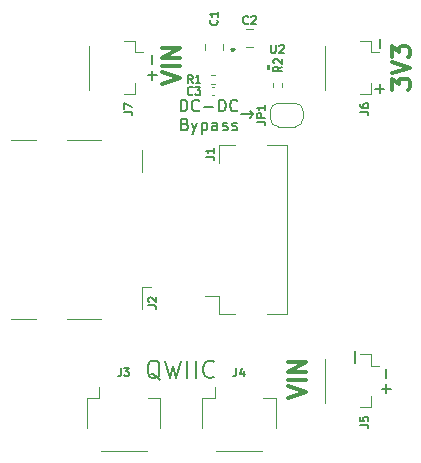
<source format=gbr>
G04 #@! TF.GenerationSoftware,KiCad,Pcbnew,8.0.4*
G04 #@! TF.CreationDate,2025-01-15T23:08:54-08:00*
G04 #@! TF.ProjectId,MIPItoHDMI_Buffered,4d495049-746f-4484-944d-495f42756666,rev?*
G04 #@! TF.SameCoordinates,Original*
G04 #@! TF.FileFunction,Legend,Top*
G04 #@! TF.FilePolarity,Positive*
%FSLAX46Y46*%
G04 Gerber Fmt 4.6, Leading zero omitted, Abs format (unit mm)*
G04 Created by KiCad (PCBNEW 8.0.4) date 2025-01-15 23:08:54*
%MOMM*%
%LPD*%
G01*
G04 APERTURE LIST*
%ADD10C,0.150000*%
%ADD11C,0.300000*%
%ADD12C,0.200000*%
%ADD13C,0.120000*%
%ADD14C,0.000000*%
G04 APERTURE END LIST*
D10*
X12161133Y-4769048D02*
X12161133Y-5530953D01*
X12161133Y-6069048D02*
X12161133Y-6830953D01*
X11780180Y-6450000D02*
X12542085Y-6450000D01*
D11*
X13000828Y-7192856D02*
X14500828Y-6692856D01*
X14500828Y-6692856D02*
X13000828Y-6192856D01*
X14500828Y-5692857D02*
X13000828Y-5692857D01*
X14500828Y-4978571D02*
X13000828Y-4978571D01*
X13000828Y-4978571D02*
X14500828Y-4121428D01*
X14500828Y-4121428D02*
X13000828Y-4121428D01*
D10*
X19700000Y-9750000D02*
X20700000Y-9750000D01*
X29300000Y-29800000D02*
X29300000Y-30800000D01*
X20700000Y-9750000D02*
X20400000Y-10050000D01*
X20400000Y-9450000D02*
X20700000Y-9750000D01*
X31411133Y-7219048D02*
X31411133Y-7980953D01*
X31030180Y-7600000D02*
X31792085Y-7600000D01*
X31961133Y-32619048D02*
X31961133Y-33380953D01*
X31580180Y-33000000D02*
X32342085Y-33000000D01*
D11*
X32450828Y-7657142D02*
X32450828Y-6728570D01*
X32450828Y-6728570D02*
X33022257Y-7228570D01*
X33022257Y-7228570D02*
X33022257Y-7014285D01*
X33022257Y-7014285D02*
X33093685Y-6871428D01*
X33093685Y-6871428D02*
X33165114Y-6799999D01*
X33165114Y-6799999D02*
X33307971Y-6728570D01*
X33307971Y-6728570D02*
X33665114Y-6728570D01*
X33665114Y-6728570D02*
X33807971Y-6799999D01*
X33807971Y-6799999D02*
X33879400Y-6871428D01*
X33879400Y-6871428D02*
X33950828Y-7014285D01*
X33950828Y-7014285D02*
X33950828Y-7442856D01*
X33950828Y-7442856D02*
X33879400Y-7585713D01*
X33879400Y-7585713D02*
X33807971Y-7657142D01*
X32450828Y-6299999D02*
X33950828Y-5799999D01*
X33950828Y-5799999D02*
X32450828Y-5299999D01*
X32450828Y-4942857D02*
X32450828Y-4014285D01*
X32450828Y-4014285D02*
X33022257Y-4514285D01*
X33022257Y-4514285D02*
X33022257Y-4300000D01*
X33022257Y-4300000D02*
X33093685Y-4157143D01*
X33093685Y-4157143D02*
X33165114Y-4085714D01*
X33165114Y-4085714D02*
X33307971Y-4014285D01*
X33307971Y-4014285D02*
X33665114Y-4014285D01*
X33665114Y-4014285D02*
X33807971Y-4085714D01*
X33807971Y-4085714D02*
X33879400Y-4157143D01*
X33879400Y-4157143D02*
X33950828Y-4300000D01*
X33950828Y-4300000D02*
X33950828Y-4728571D01*
X33950828Y-4728571D02*
X33879400Y-4871428D01*
X33879400Y-4871428D02*
X33807971Y-4942857D01*
D12*
X12849999Y-32248885D02*
X12707142Y-32177457D01*
X12707142Y-32177457D02*
X12564285Y-32034600D01*
X12564285Y-32034600D02*
X12349999Y-31820314D01*
X12349999Y-31820314D02*
X12207142Y-31748885D01*
X12207142Y-31748885D02*
X12064285Y-31748885D01*
X12135714Y-32106028D02*
X11992857Y-32034600D01*
X11992857Y-32034600D02*
X11849999Y-31891742D01*
X11849999Y-31891742D02*
X11778571Y-31606028D01*
X11778571Y-31606028D02*
X11778571Y-31106028D01*
X11778571Y-31106028D02*
X11849999Y-30820314D01*
X11849999Y-30820314D02*
X11992857Y-30677457D01*
X11992857Y-30677457D02*
X12135714Y-30606028D01*
X12135714Y-30606028D02*
X12421428Y-30606028D01*
X12421428Y-30606028D02*
X12564285Y-30677457D01*
X12564285Y-30677457D02*
X12707142Y-30820314D01*
X12707142Y-30820314D02*
X12778571Y-31106028D01*
X12778571Y-31106028D02*
X12778571Y-31606028D01*
X12778571Y-31606028D02*
X12707142Y-31891742D01*
X12707142Y-31891742D02*
X12564285Y-32034600D01*
X12564285Y-32034600D02*
X12421428Y-32106028D01*
X12421428Y-32106028D02*
X12135714Y-32106028D01*
X13278571Y-30606028D02*
X13635714Y-32106028D01*
X13635714Y-32106028D02*
X13921428Y-31034600D01*
X13921428Y-31034600D02*
X14207143Y-32106028D01*
X14207143Y-32106028D02*
X14564286Y-30606028D01*
X15135714Y-32106028D02*
X15135714Y-30606028D01*
X15850000Y-32106028D02*
X15850000Y-30606028D01*
X17421429Y-31963171D02*
X17350001Y-32034600D01*
X17350001Y-32034600D02*
X17135715Y-32106028D01*
X17135715Y-32106028D02*
X16992858Y-32106028D01*
X16992858Y-32106028D02*
X16778572Y-32034600D01*
X16778572Y-32034600D02*
X16635715Y-31891742D01*
X16635715Y-31891742D02*
X16564286Y-31748885D01*
X16564286Y-31748885D02*
X16492858Y-31463171D01*
X16492858Y-31463171D02*
X16492858Y-31248885D01*
X16492858Y-31248885D02*
X16564286Y-30963171D01*
X16564286Y-30963171D02*
X16635715Y-30820314D01*
X16635715Y-30820314D02*
X16778572Y-30677457D01*
X16778572Y-30677457D02*
X16992858Y-30606028D01*
X16992858Y-30606028D02*
X17135715Y-30606028D01*
X17135715Y-30606028D02*
X17350001Y-30677457D01*
X17350001Y-30677457D02*
X17421429Y-30748885D01*
D11*
X23650828Y-33792856D02*
X25150828Y-33292856D01*
X25150828Y-33292856D02*
X23650828Y-32792856D01*
X25150828Y-32292857D02*
X23650828Y-32292857D01*
X25150828Y-31578571D02*
X23650828Y-31578571D01*
X23650828Y-31578571D02*
X25150828Y-30721428D01*
X25150828Y-30721428D02*
X23650828Y-30721428D01*
D12*
X14569048Y-9507275D02*
X14569048Y-8507275D01*
X14569048Y-8507275D02*
X14807143Y-8507275D01*
X14807143Y-8507275D02*
X14950000Y-8554894D01*
X14950000Y-8554894D02*
X15045238Y-8650132D01*
X15045238Y-8650132D02*
X15092857Y-8745370D01*
X15092857Y-8745370D02*
X15140476Y-8935846D01*
X15140476Y-8935846D02*
X15140476Y-9078703D01*
X15140476Y-9078703D02*
X15092857Y-9269179D01*
X15092857Y-9269179D02*
X15045238Y-9364417D01*
X15045238Y-9364417D02*
X14950000Y-9459656D01*
X14950000Y-9459656D02*
X14807143Y-9507275D01*
X14807143Y-9507275D02*
X14569048Y-9507275D01*
X16140476Y-9412036D02*
X16092857Y-9459656D01*
X16092857Y-9459656D02*
X15950000Y-9507275D01*
X15950000Y-9507275D02*
X15854762Y-9507275D01*
X15854762Y-9507275D02*
X15711905Y-9459656D01*
X15711905Y-9459656D02*
X15616667Y-9364417D01*
X15616667Y-9364417D02*
X15569048Y-9269179D01*
X15569048Y-9269179D02*
X15521429Y-9078703D01*
X15521429Y-9078703D02*
X15521429Y-8935846D01*
X15521429Y-8935846D02*
X15569048Y-8745370D01*
X15569048Y-8745370D02*
X15616667Y-8650132D01*
X15616667Y-8650132D02*
X15711905Y-8554894D01*
X15711905Y-8554894D02*
X15854762Y-8507275D01*
X15854762Y-8507275D02*
X15950000Y-8507275D01*
X15950000Y-8507275D02*
X16092857Y-8554894D01*
X16092857Y-8554894D02*
X16140476Y-8602513D01*
X16569048Y-9126322D02*
X17330953Y-9126322D01*
X17807143Y-9507275D02*
X17807143Y-8507275D01*
X17807143Y-8507275D02*
X18045238Y-8507275D01*
X18045238Y-8507275D02*
X18188095Y-8554894D01*
X18188095Y-8554894D02*
X18283333Y-8650132D01*
X18283333Y-8650132D02*
X18330952Y-8745370D01*
X18330952Y-8745370D02*
X18378571Y-8935846D01*
X18378571Y-8935846D02*
X18378571Y-9078703D01*
X18378571Y-9078703D02*
X18330952Y-9269179D01*
X18330952Y-9269179D02*
X18283333Y-9364417D01*
X18283333Y-9364417D02*
X18188095Y-9459656D01*
X18188095Y-9459656D02*
X18045238Y-9507275D01*
X18045238Y-9507275D02*
X17807143Y-9507275D01*
X19378571Y-9412036D02*
X19330952Y-9459656D01*
X19330952Y-9459656D02*
X19188095Y-9507275D01*
X19188095Y-9507275D02*
X19092857Y-9507275D01*
X19092857Y-9507275D02*
X18950000Y-9459656D01*
X18950000Y-9459656D02*
X18854762Y-9364417D01*
X18854762Y-9364417D02*
X18807143Y-9269179D01*
X18807143Y-9269179D02*
X18759524Y-9078703D01*
X18759524Y-9078703D02*
X18759524Y-8935846D01*
X18759524Y-8935846D02*
X18807143Y-8745370D01*
X18807143Y-8745370D02*
X18854762Y-8650132D01*
X18854762Y-8650132D02*
X18950000Y-8554894D01*
X18950000Y-8554894D02*
X19092857Y-8507275D01*
X19092857Y-8507275D02*
X19188095Y-8507275D01*
X19188095Y-8507275D02*
X19330952Y-8554894D01*
X19330952Y-8554894D02*
X19378571Y-8602513D01*
X14926190Y-10593409D02*
X15069047Y-10641028D01*
X15069047Y-10641028D02*
X15116666Y-10688647D01*
X15116666Y-10688647D02*
X15164285Y-10783885D01*
X15164285Y-10783885D02*
X15164285Y-10926742D01*
X15164285Y-10926742D02*
X15116666Y-11021980D01*
X15116666Y-11021980D02*
X15069047Y-11069600D01*
X15069047Y-11069600D02*
X14973809Y-11117219D01*
X14973809Y-11117219D02*
X14592857Y-11117219D01*
X14592857Y-11117219D02*
X14592857Y-10117219D01*
X14592857Y-10117219D02*
X14926190Y-10117219D01*
X14926190Y-10117219D02*
X15021428Y-10164838D01*
X15021428Y-10164838D02*
X15069047Y-10212457D01*
X15069047Y-10212457D02*
X15116666Y-10307695D01*
X15116666Y-10307695D02*
X15116666Y-10402933D01*
X15116666Y-10402933D02*
X15069047Y-10498171D01*
X15069047Y-10498171D02*
X15021428Y-10545790D01*
X15021428Y-10545790D02*
X14926190Y-10593409D01*
X14926190Y-10593409D02*
X14592857Y-10593409D01*
X15497619Y-10450552D02*
X15735714Y-11117219D01*
X15973809Y-10450552D02*
X15735714Y-11117219D01*
X15735714Y-11117219D02*
X15640476Y-11355314D01*
X15640476Y-11355314D02*
X15592857Y-11402933D01*
X15592857Y-11402933D02*
X15497619Y-11450552D01*
X16354762Y-10450552D02*
X16354762Y-11450552D01*
X16354762Y-10498171D02*
X16450000Y-10450552D01*
X16450000Y-10450552D02*
X16640476Y-10450552D01*
X16640476Y-10450552D02*
X16735714Y-10498171D01*
X16735714Y-10498171D02*
X16783333Y-10545790D01*
X16783333Y-10545790D02*
X16830952Y-10641028D01*
X16830952Y-10641028D02*
X16830952Y-10926742D01*
X16830952Y-10926742D02*
X16783333Y-11021980D01*
X16783333Y-11021980D02*
X16735714Y-11069600D01*
X16735714Y-11069600D02*
X16640476Y-11117219D01*
X16640476Y-11117219D02*
X16450000Y-11117219D01*
X16450000Y-11117219D02*
X16354762Y-11069600D01*
X17688095Y-11117219D02*
X17688095Y-10593409D01*
X17688095Y-10593409D02*
X17640476Y-10498171D01*
X17640476Y-10498171D02*
X17545238Y-10450552D01*
X17545238Y-10450552D02*
X17354762Y-10450552D01*
X17354762Y-10450552D02*
X17259524Y-10498171D01*
X17688095Y-11069600D02*
X17592857Y-11117219D01*
X17592857Y-11117219D02*
X17354762Y-11117219D01*
X17354762Y-11117219D02*
X17259524Y-11069600D01*
X17259524Y-11069600D02*
X17211905Y-10974361D01*
X17211905Y-10974361D02*
X17211905Y-10879123D01*
X17211905Y-10879123D02*
X17259524Y-10783885D01*
X17259524Y-10783885D02*
X17354762Y-10736266D01*
X17354762Y-10736266D02*
X17592857Y-10736266D01*
X17592857Y-10736266D02*
X17688095Y-10688647D01*
X18116667Y-11069600D02*
X18211905Y-11117219D01*
X18211905Y-11117219D02*
X18402381Y-11117219D01*
X18402381Y-11117219D02*
X18497619Y-11069600D01*
X18497619Y-11069600D02*
X18545238Y-10974361D01*
X18545238Y-10974361D02*
X18545238Y-10926742D01*
X18545238Y-10926742D02*
X18497619Y-10831504D01*
X18497619Y-10831504D02*
X18402381Y-10783885D01*
X18402381Y-10783885D02*
X18259524Y-10783885D01*
X18259524Y-10783885D02*
X18164286Y-10736266D01*
X18164286Y-10736266D02*
X18116667Y-10641028D01*
X18116667Y-10641028D02*
X18116667Y-10593409D01*
X18116667Y-10593409D02*
X18164286Y-10498171D01*
X18164286Y-10498171D02*
X18259524Y-10450552D01*
X18259524Y-10450552D02*
X18402381Y-10450552D01*
X18402381Y-10450552D02*
X18497619Y-10498171D01*
X18926191Y-11069600D02*
X19021429Y-11117219D01*
X19021429Y-11117219D02*
X19211905Y-11117219D01*
X19211905Y-11117219D02*
X19307143Y-11069600D01*
X19307143Y-11069600D02*
X19354762Y-10974361D01*
X19354762Y-10974361D02*
X19354762Y-10926742D01*
X19354762Y-10926742D02*
X19307143Y-10831504D01*
X19307143Y-10831504D02*
X19211905Y-10783885D01*
X19211905Y-10783885D02*
X19069048Y-10783885D01*
X19069048Y-10783885D02*
X18973810Y-10736266D01*
X18973810Y-10736266D02*
X18926191Y-10641028D01*
X18926191Y-10641028D02*
X18926191Y-10593409D01*
X18926191Y-10593409D02*
X18973810Y-10498171D01*
X18973810Y-10498171D02*
X19069048Y-10450552D01*
X19069048Y-10450552D02*
X19211905Y-10450552D01*
X19211905Y-10450552D02*
X19307143Y-10498171D01*
D10*
X31411133Y-3419048D02*
X31411133Y-4180953D01*
X31961133Y-31319048D02*
X31961133Y-32080953D01*
X9766033Y-9533333D02*
X10266033Y-9533333D01*
X10266033Y-9533333D02*
X10366033Y-9566666D01*
X10366033Y-9566666D02*
X10432700Y-9633333D01*
X10432700Y-9633333D02*
X10466033Y-9733333D01*
X10466033Y-9733333D02*
X10466033Y-9800000D01*
X9766033Y-9266667D02*
X9766033Y-8800000D01*
X9766033Y-8800000D02*
X10466033Y-9100000D01*
X21016033Y-10383333D02*
X21516033Y-10383333D01*
X21516033Y-10383333D02*
X21616033Y-10416666D01*
X21616033Y-10416666D02*
X21682700Y-10483333D01*
X21682700Y-10483333D02*
X21716033Y-10583333D01*
X21716033Y-10583333D02*
X21716033Y-10650000D01*
X21716033Y-10050000D02*
X21016033Y-10050000D01*
X21016033Y-10050000D02*
X21016033Y-9783333D01*
X21016033Y-9783333D02*
X21049366Y-9716667D01*
X21049366Y-9716667D02*
X21082700Y-9683333D01*
X21082700Y-9683333D02*
X21149366Y-9650000D01*
X21149366Y-9650000D02*
X21249366Y-9650000D01*
X21249366Y-9650000D02*
X21316033Y-9683333D01*
X21316033Y-9683333D02*
X21349366Y-9716667D01*
X21349366Y-9716667D02*
X21382700Y-9783333D01*
X21382700Y-9783333D02*
X21382700Y-10050000D01*
X21716033Y-8983333D02*
X21716033Y-9383333D01*
X21716033Y-9183333D02*
X21016033Y-9183333D01*
X21016033Y-9183333D02*
X21116033Y-9250000D01*
X21116033Y-9250000D02*
X21182700Y-9316667D01*
X21182700Y-9316667D02*
X21216033Y-9383333D01*
X29766033Y-9533333D02*
X30266033Y-9533333D01*
X30266033Y-9533333D02*
X30366033Y-9566666D01*
X30366033Y-9566666D02*
X30432700Y-9633333D01*
X30432700Y-9633333D02*
X30466033Y-9733333D01*
X30466033Y-9733333D02*
X30466033Y-9800000D01*
X29766033Y-8900000D02*
X29766033Y-9033333D01*
X29766033Y-9033333D02*
X29799366Y-9100000D01*
X29799366Y-9100000D02*
X29832700Y-9133333D01*
X29832700Y-9133333D02*
X29932700Y-9200000D01*
X29932700Y-9200000D02*
X30066033Y-9233333D01*
X30066033Y-9233333D02*
X30332700Y-9233333D01*
X30332700Y-9233333D02*
X30399366Y-9200000D01*
X30399366Y-9200000D02*
X30432700Y-9166667D01*
X30432700Y-9166667D02*
X30466033Y-9100000D01*
X30466033Y-9100000D02*
X30466033Y-8966667D01*
X30466033Y-8966667D02*
X30432700Y-8900000D01*
X30432700Y-8900000D02*
X30399366Y-8866667D01*
X30399366Y-8866667D02*
X30332700Y-8833333D01*
X30332700Y-8833333D02*
X30166033Y-8833333D01*
X30166033Y-8833333D02*
X30099366Y-8866667D01*
X30099366Y-8866667D02*
X30066033Y-8900000D01*
X30066033Y-8900000D02*
X30032700Y-8966667D01*
X30032700Y-8966667D02*
X30032700Y-9100000D01*
X30032700Y-9100000D02*
X30066033Y-9166667D01*
X30066033Y-9166667D02*
X30099366Y-9200000D01*
X30099366Y-9200000D02*
X30166033Y-9233333D01*
X19266666Y-31236033D02*
X19266666Y-31736033D01*
X19266666Y-31736033D02*
X19233333Y-31836033D01*
X19233333Y-31836033D02*
X19166666Y-31902700D01*
X19166666Y-31902700D02*
X19066666Y-31936033D01*
X19066666Y-31936033D02*
X19000000Y-31936033D01*
X19899999Y-31469366D02*
X19899999Y-31936033D01*
X19733333Y-31202700D02*
X19566666Y-31702700D01*
X19566666Y-31702700D02*
X19999999Y-31702700D01*
X9516666Y-31236033D02*
X9516666Y-31736033D01*
X9516666Y-31736033D02*
X9483333Y-31836033D01*
X9483333Y-31836033D02*
X9416666Y-31902700D01*
X9416666Y-31902700D02*
X9316666Y-31936033D01*
X9316666Y-31936033D02*
X9250000Y-31936033D01*
X9783333Y-31236033D02*
X10216666Y-31236033D01*
X10216666Y-31236033D02*
X9983333Y-31502700D01*
X9983333Y-31502700D02*
X10083333Y-31502700D01*
X10083333Y-31502700D02*
X10149999Y-31536033D01*
X10149999Y-31536033D02*
X10183333Y-31569366D01*
X10183333Y-31569366D02*
X10216666Y-31636033D01*
X10216666Y-31636033D02*
X10216666Y-31802700D01*
X10216666Y-31802700D02*
X10183333Y-31869366D01*
X10183333Y-31869366D02*
X10149999Y-31902700D01*
X10149999Y-31902700D02*
X10083333Y-31936033D01*
X10083333Y-31936033D02*
X9883333Y-31936033D01*
X9883333Y-31936033D02*
X9816666Y-31902700D01*
X9816666Y-31902700D02*
X9783333Y-31869366D01*
X23116033Y-5716666D02*
X22782700Y-5949999D01*
X23116033Y-6116666D02*
X22416033Y-6116666D01*
X22416033Y-6116666D02*
X22416033Y-5849999D01*
X22416033Y-5849999D02*
X22449366Y-5783333D01*
X22449366Y-5783333D02*
X22482700Y-5749999D01*
X22482700Y-5749999D02*
X22549366Y-5716666D01*
X22549366Y-5716666D02*
X22649366Y-5716666D01*
X22649366Y-5716666D02*
X22716033Y-5749999D01*
X22716033Y-5749999D02*
X22749366Y-5783333D01*
X22749366Y-5783333D02*
X22782700Y-5849999D01*
X22782700Y-5849999D02*
X22782700Y-6116666D01*
X22482700Y-5449999D02*
X22449366Y-5416666D01*
X22449366Y-5416666D02*
X22416033Y-5349999D01*
X22416033Y-5349999D02*
X22416033Y-5183333D01*
X22416033Y-5183333D02*
X22449366Y-5116666D01*
X22449366Y-5116666D02*
X22482700Y-5083333D01*
X22482700Y-5083333D02*
X22549366Y-5049999D01*
X22549366Y-5049999D02*
X22616033Y-5049999D01*
X22616033Y-5049999D02*
X22716033Y-5083333D01*
X22716033Y-5083333D02*
X23116033Y-5483333D01*
X23116033Y-5483333D02*
X23116033Y-5049999D01*
X22216666Y-3866033D02*
X22216666Y-4432700D01*
X22216666Y-4432700D02*
X22250000Y-4499366D01*
X22250000Y-4499366D02*
X22283333Y-4532700D01*
X22283333Y-4532700D02*
X22350000Y-4566033D01*
X22350000Y-4566033D02*
X22483333Y-4566033D01*
X22483333Y-4566033D02*
X22550000Y-4532700D01*
X22550000Y-4532700D02*
X22583333Y-4499366D01*
X22583333Y-4499366D02*
X22616666Y-4432700D01*
X22616666Y-4432700D02*
X22616666Y-3866033D01*
X22916666Y-3932700D02*
X22949999Y-3899366D01*
X22949999Y-3899366D02*
X23016666Y-3866033D01*
X23016666Y-3866033D02*
X23183333Y-3866033D01*
X23183333Y-3866033D02*
X23249999Y-3899366D01*
X23249999Y-3899366D02*
X23283333Y-3932700D01*
X23283333Y-3932700D02*
X23316666Y-3999366D01*
X23316666Y-3999366D02*
X23316666Y-4066033D01*
X23316666Y-4066033D02*
X23283333Y-4166033D01*
X23283333Y-4166033D02*
X22883333Y-4566033D01*
X22883333Y-4566033D02*
X23316666Y-4566033D01*
X19000000Y-4116033D02*
X19000000Y-4282700D01*
X18833334Y-4216033D02*
X19000000Y-4282700D01*
X19000000Y-4282700D02*
X19166667Y-4216033D01*
X18900000Y-4416033D02*
X19000000Y-4282700D01*
X19000000Y-4282700D02*
X19100000Y-4416033D01*
X19000000Y-4116033D02*
X19000000Y-4282700D01*
X18833334Y-4216033D02*
X19000000Y-4282700D01*
X19000000Y-4282700D02*
X19166667Y-4216033D01*
X18900000Y-4416033D02*
X19000000Y-4282700D01*
X19000000Y-4282700D02*
X19100000Y-4416033D01*
X16716033Y-13333333D02*
X17216033Y-13333333D01*
X17216033Y-13333333D02*
X17316033Y-13366666D01*
X17316033Y-13366666D02*
X17382700Y-13433333D01*
X17382700Y-13433333D02*
X17416033Y-13533333D01*
X17416033Y-13533333D02*
X17416033Y-13600000D01*
X17416033Y-12633333D02*
X17416033Y-13033333D01*
X17416033Y-12833333D02*
X16716033Y-12833333D01*
X16716033Y-12833333D02*
X16816033Y-12900000D01*
X16816033Y-12900000D02*
X16882700Y-12966667D01*
X16882700Y-12966667D02*
X16916033Y-13033333D01*
X15583333Y-7116033D02*
X15350000Y-6782700D01*
X15183333Y-7116033D02*
X15183333Y-6416033D01*
X15183333Y-6416033D02*
X15450000Y-6416033D01*
X15450000Y-6416033D02*
X15516667Y-6449366D01*
X15516667Y-6449366D02*
X15550000Y-6482700D01*
X15550000Y-6482700D02*
X15583333Y-6549366D01*
X15583333Y-6549366D02*
X15583333Y-6649366D01*
X15583333Y-6649366D02*
X15550000Y-6716033D01*
X15550000Y-6716033D02*
X15516667Y-6749366D01*
X15516667Y-6749366D02*
X15450000Y-6782700D01*
X15450000Y-6782700D02*
X15183333Y-6782700D01*
X16250000Y-7116033D02*
X15850000Y-7116033D01*
X16050000Y-7116033D02*
X16050000Y-6416033D01*
X16050000Y-6416033D02*
X15983333Y-6516033D01*
X15983333Y-6516033D02*
X15916667Y-6582700D01*
X15916667Y-6582700D02*
X15850000Y-6616033D01*
X29766033Y-36058333D02*
X30266033Y-36058333D01*
X30266033Y-36058333D02*
X30366033Y-36091666D01*
X30366033Y-36091666D02*
X30432700Y-36158333D01*
X30432700Y-36158333D02*
X30466033Y-36258333D01*
X30466033Y-36258333D02*
X30466033Y-36325000D01*
X29766033Y-35391667D02*
X29766033Y-35725000D01*
X29766033Y-35725000D02*
X30099366Y-35758333D01*
X30099366Y-35758333D02*
X30066033Y-35725000D01*
X30066033Y-35725000D02*
X30032700Y-35658333D01*
X30032700Y-35658333D02*
X30032700Y-35491667D01*
X30032700Y-35491667D02*
X30066033Y-35425000D01*
X30066033Y-35425000D02*
X30099366Y-35391667D01*
X30099366Y-35391667D02*
X30166033Y-35358333D01*
X30166033Y-35358333D02*
X30332700Y-35358333D01*
X30332700Y-35358333D02*
X30399366Y-35391667D01*
X30399366Y-35391667D02*
X30432700Y-35425000D01*
X30432700Y-35425000D02*
X30466033Y-35491667D01*
X30466033Y-35491667D02*
X30466033Y-35658333D01*
X30466033Y-35658333D02*
X30432700Y-35725000D01*
X30432700Y-35725000D02*
X30399366Y-35758333D01*
X20283333Y-2049366D02*
X20250000Y-2082700D01*
X20250000Y-2082700D02*
X20150000Y-2116033D01*
X20150000Y-2116033D02*
X20083333Y-2116033D01*
X20083333Y-2116033D02*
X19983333Y-2082700D01*
X19983333Y-2082700D02*
X19916667Y-2016033D01*
X19916667Y-2016033D02*
X19883333Y-1949366D01*
X19883333Y-1949366D02*
X19850000Y-1816033D01*
X19850000Y-1816033D02*
X19850000Y-1716033D01*
X19850000Y-1716033D02*
X19883333Y-1582700D01*
X19883333Y-1582700D02*
X19916667Y-1516033D01*
X19916667Y-1516033D02*
X19983333Y-1449366D01*
X19983333Y-1449366D02*
X20083333Y-1416033D01*
X20083333Y-1416033D02*
X20150000Y-1416033D01*
X20150000Y-1416033D02*
X20250000Y-1449366D01*
X20250000Y-1449366D02*
X20283333Y-1482700D01*
X20550000Y-1482700D02*
X20583333Y-1449366D01*
X20583333Y-1449366D02*
X20650000Y-1416033D01*
X20650000Y-1416033D02*
X20816667Y-1416033D01*
X20816667Y-1416033D02*
X20883333Y-1449366D01*
X20883333Y-1449366D02*
X20916667Y-1482700D01*
X20916667Y-1482700D02*
X20950000Y-1549366D01*
X20950000Y-1549366D02*
X20950000Y-1616033D01*
X20950000Y-1616033D02*
X20916667Y-1716033D01*
X20916667Y-1716033D02*
X20516667Y-2116033D01*
X20516667Y-2116033D02*
X20950000Y-2116033D01*
X15583333Y-8049366D02*
X15550000Y-8082700D01*
X15550000Y-8082700D02*
X15450000Y-8116033D01*
X15450000Y-8116033D02*
X15383333Y-8116033D01*
X15383333Y-8116033D02*
X15283333Y-8082700D01*
X15283333Y-8082700D02*
X15216667Y-8016033D01*
X15216667Y-8016033D02*
X15183333Y-7949366D01*
X15183333Y-7949366D02*
X15150000Y-7816033D01*
X15150000Y-7816033D02*
X15150000Y-7716033D01*
X15150000Y-7716033D02*
X15183333Y-7582700D01*
X15183333Y-7582700D02*
X15216667Y-7516033D01*
X15216667Y-7516033D02*
X15283333Y-7449366D01*
X15283333Y-7449366D02*
X15383333Y-7416033D01*
X15383333Y-7416033D02*
X15450000Y-7416033D01*
X15450000Y-7416033D02*
X15550000Y-7449366D01*
X15550000Y-7449366D02*
X15583333Y-7482700D01*
X15816667Y-7416033D02*
X16250000Y-7416033D01*
X16250000Y-7416033D02*
X16016667Y-7682700D01*
X16016667Y-7682700D02*
X16116667Y-7682700D01*
X16116667Y-7682700D02*
X16183333Y-7716033D01*
X16183333Y-7716033D02*
X16216667Y-7749366D01*
X16216667Y-7749366D02*
X16250000Y-7816033D01*
X16250000Y-7816033D02*
X16250000Y-7982700D01*
X16250000Y-7982700D02*
X16216667Y-8049366D01*
X16216667Y-8049366D02*
X16183333Y-8082700D01*
X16183333Y-8082700D02*
X16116667Y-8116033D01*
X16116667Y-8116033D02*
X15916667Y-8116033D01*
X15916667Y-8116033D02*
X15850000Y-8082700D01*
X15850000Y-8082700D02*
X15816667Y-8049366D01*
X17649366Y-1766666D02*
X17682700Y-1799999D01*
X17682700Y-1799999D02*
X17716033Y-1899999D01*
X17716033Y-1899999D02*
X17716033Y-1966666D01*
X17716033Y-1966666D02*
X17682700Y-2066666D01*
X17682700Y-2066666D02*
X17616033Y-2133333D01*
X17616033Y-2133333D02*
X17549366Y-2166666D01*
X17549366Y-2166666D02*
X17416033Y-2199999D01*
X17416033Y-2199999D02*
X17316033Y-2199999D01*
X17316033Y-2199999D02*
X17182700Y-2166666D01*
X17182700Y-2166666D02*
X17116033Y-2133333D01*
X17116033Y-2133333D02*
X17049366Y-2066666D01*
X17049366Y-2066666D02*
X17016033Y-1966666D01*
X17016033Y-1966666D02*
X17016033Y-1899999D01*
X17016033Y-1899999D02*
X17049366Y-1799999D01*
X17049366Y-1799999D02*
X17082700Y-1766666D01*
X17716033Y-1099999D02*
X17716033Y-1499999D01*
X17716033Y-1299999D02*
X17016033Y-1299999D01*
X17016033Y-1299999D02*
X17116033Y-1366666D01*
X17116033Y-1366666D02*
X17182700Y-1433333D01*
X17182700Y-1433333D02*
X17216033Y-1499999D01*
X11816033Y-25933333D02*
X12316033Y-25933333D01*
X12316033Y-25933333D02*
X12416033Y-25966666D01*
X12416033Y-25966666D02*
X12482700Y-26033333D01*
X12482700Y-26033333D02*
X12516033Y-26133333D01*
X12516033Y-26133333D02*
X12516033Y-26200000D01*
X11882700Y-25633333D02*
X11849366Y-25600000D01*
X11849366Y-25600000D02*
X11816033Y-25533333D01*
X11816033Y-25533333D02*
X11816033Y-25366667D01*
X11816033Y-25366667D02*
X11849366Y-25300000D01*
X11849366Y-25300000D02*
X11882700Y-25266667D01*
X11882700Y-25266667D02*
X11949366Y-25233333D01*
X11949366Y-25233333D02*
X12016033Y-25233333D01*
X12016033Y-25233333D02*
X12116033Y-25266667D01*
X12116033Y-25266667D02*
X12516033Y-25666667D01*
X12516033Y-25666667D02*
X12516033Y-25233333D01*
D13*
G04 #@! TO.C,J7*
X10710000Y-3565000D02*
X10710000Y-4515000D01*
X9760000Y-3565000D02*
X10710000Y-3565000D01*
X6790000Y-3935000D02*
X6790000Y-7665000D01*
X10710000Y-4515000D02*
X11400000Y-4515000D01*
X10710000Y-8035000D02*
X10710000Y-7085000D01*
X9760000Y-8035000D02*
X10710000Y-8035000D01*
G04 #@! TO.C,JP1*
X22150000Y-10100000D02*
X22150000Y-9500000D01*
X22850000Y-8800000D02*
X24250000Y-8800000D01*
X24250000Y-10800000D02*
X22850000Y-10800000D01*
X24950000Y-9500000D02*
X24950000Y-10100000D01*
X22150000Y-9500000D02*
G75*
G02*
X22850000Y-8800000I699999J1D01*
G01*
X22850000Y-10800000D02*
G75*
G02*
X22150000Y-10100000I-1J699999D01*
G01*
X24250000Y-8800000D02*
G75*
G02*
X24950000Y-9500000I0J-700000D01*
G01*
X24950000Y-10100000D02*
G75*
G02*
X24250000Y-10800000I-700000J0D01*
G01*
G04 #@! TO.C,J6*
X26790000Y-3935000D02*
X26790000Y-7665000D01*
X29760000Y-3565000D02*
X30710000Y-3565000D01*
X29760000Y-8035000D02*
X30710000Y-8035000D01*
X30710000Y-3565000D02*
X30710000Y-4515000D01*
X30710000Y-4515000D02*
X31400000Y-4515000D01*
X30710000Y-8035000D02*
X30710000Y-7085000D01*
G04 #@! TO.C,J4*
X16390000Y-33815000D02*
X17440000Y-33815000D01*
X16390000Y-36315000D02*
X16390000Y-33815000D01*
X17440000Y-33815000D02*
X17440000Y-32825000D01*
X17560000Y-38285000D02*
X21440000Y-38285000D01*
X22610000Y-33815000D02*
X21560000Y-33815000D01*
X22610000Y-36315000D02*
X22610000Y-33815000D01*
G04 #@! TO.C,J3*
X6640000Y-33815000D02*
X7690000Y-33815000D01*
X6640000Y-36315000D02*
X6640000Y-33815000D01*
X7690000Y-33815000D02*
X7690000Y-32825000D01*
X7810000Y-38285000D02*
X11690000Y-38285000D01*
X12860000Y-33815000D02*
X11810000Y-33815000D01*
X12860000Y-36315000D02*
X12860000Y-33815000D01*
G04 #@! TO.C,R2*
X22420000Y-7453641D02*
X22420000Y-7146359D01*
X23180000Y-7453641D02*
X23180000Y-7146359D01*
D14*
G04 #@! TO.C,U2*
G36*
X22128800Y-5990374D02*
G01*
X21874800Y-5990374D01*
X21874800Y-5609374D01*
X22128800Y-5609374D01*
X22128800Y-5990374D01*
G37*
D13*
G04 #@! TO.C,J1*
X17800000Y-12350000D02*
X19140000Y-12350000D01*
X17800000Y-13840000D02*
X17800000Y-12350000D01*
X17800000Y-25160000D02*
X16600000Y-25160000D01*
X17800000Y-25160000D02*
X17800000Y-26650000D01*
X17800000Y-26650000D02*
X19140000Y-26650000D01*
X21860000Y-26650000D02*
X23600000Y-26650000D01*
X23600000Y-12350000D02*
X21860000Y-12350000D01*
X23600000Y-26650000D02*
X23600000Y-12350000D01*
G04 #@! TO.C,R1*
X17146359Y-6420000D02*
X17453641Y-6420000D01*
X17146359Y-7180000D02*
X17453641Y-7180000D01*
G04 #@! TO.C,J5*
X30710000Y-34560000D02*
X30710000Y-33610000D01*
X30710000Y-31040000D02*
X31400000Y-31040000D01*
X30710000Y-30090000D02*
X30710000Y-31040000D01*
X29760000Y-34560000D02*
X30710000Y-34560000D01*
X29760000Y-30090000D02*
X30710000Y-30090000D01*
X26790000Y-30460000D02*
X26790000Y-34190000D01*
G04 #@! TO.C,C2*
X20661252Y-2565000D02*
X20138748Y-2565000D01*
X20661252Y-4035000D02*
X20138748Y-4035000D01*
G04 #@! TO.C,C3*
X17407836Y-7440000D02*
X17192164Y-7440000D01*
X17407836Y-8160000D02*
X17192164Y-8160000D01*
G04 #@! TO.C,C1*
X16665000Y-3788748D02*
X16665000Y-4311252D01*
X18135000Y-3788748D02*
X18135000Y-4311252D01*
G04 #@! TO.C,J2*
X2285000Y-11890000D02*
X185000Y-11890000D01*
X2285000Y-27110000D02*
X185000Y-27110000D01*
X7785000Y-11890000D02*
X4985000Y-11890000D01*
X7785000Y-27110000D02*
X4985000Y-27110000D01*
X11335000Y-12800000D02*
X11335000Y-14600000D01*
X11335000Y-24400000D02*
X11335000Y-26200000D01*
X12085000Y-24400000D02*
X11335000Y-24400000D01*
G04 #@! TD*
M02*

</source>
